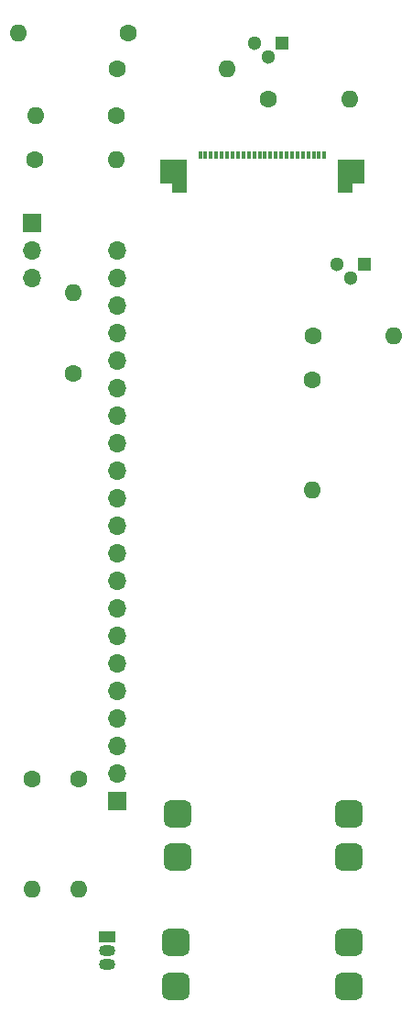
<source format=gts>
G04 #@! TF.GenerationSoftware,KiCad,Pcbnew,(6.0.11)*
G04 #@! TF.CreationDate,2023-02-24T11:41:58+01:00*
G04 #@! TF.ProjectId,vogelhuisje_camera_board,766f6765-6c68-4756-9973-6a655f63616d,rev?*
G04 #@! TF.SameCoordinates,Original*
G04 #@! TF.FileFunction,Soldermask,Top*
G04 #@! TF.FilePolarity,Negative*
%FSLAX46Y46*%
G04 Gerber Fmt 4.6, Leading zero omitted, Abs format (unit mm)*
G04 Created by KiCad (PCBNEW (6.0.11)) date 2023-02-24 11:41:58*
%MOMM*%
%LPD*%
G01*
G04 APERTURE LIST*
G04 Aperture macros list*
%AMRoundRect*
0 Rectangle with rounded corners*
0 $1 Rounding radius*
0 $2 $3 $4 $5 $6 $7 $8 $9 X,Y pos of 4 corners*
0 Add a 4 corners polygon primitive as box body*
4,1,4,$2,$3,$4,$5,$6,$7,$8,$9,$2,$3,0*
0 Add four circle primitives for the rounded corners*
1,1,$1+$1,$2,$3*
1,1,$1+$1,$4,$5*
1,1,$1+$1,$6,$7*
1,1,$1+$1,$8,$9*
0 Add four rect primitives between the rounded corners*
20,1,$1+$1,$2,$3,$4,$5,0*
20,1,$1+$1,$4,$5,$6,$7,0*
20,1,$1+$1,$6,$7,$8,$9,0*
20,1,$1+$1,$8,$9,$2,$3,0*%
%AMFreePoly0*
4,1,7,1.400000,-2.050000,0.100000,-2.050000,0.100000,-1.200000,-1.000000,-1.200000,-1.000000,1.000000,1.400000,1.000000,1.400000,-2.050000,1.400000,-2.050000,$1*%
%AMFreePoly1*
4,1,7,1.000000,-1.200000,-0.100000,-1.200000,-0.100000,-2.050000,-1.400000,-2.050000,-1.400000,1.000000,1.000000,1.000000,1.000000,-1.200000,1.000000,-1.200000,$1*%
G04 Aperture macros list end*
%ADD10R,0.300000X0.800000*%
%ADD11FreePoly0,0.000000*%
%ADD12FreePoly1,0.000000*%
%ADD13RoundRect,0.625000X0.675000X0.625000X-0.675000X0.625000X-0.675000X-0.625000X0.675000X-0.625000X0*%
%ADD14C,1.600000*%
%ADD15O,1.600000X1.600000*%
%ADD16R,1.500000X1.050000*%
%ADD17O,1.500000X1.050000*%
%ADD18R,1.700000X1.700000*%
%ADD19O,1.700000X1.700000*%
%ADD20R,1.300000X1.300000*%
%ADD21C,1.300000*%
G04 APERTURE END LIST*
D10*
X109250000Y-71250000D03*
X109750000Y-71250000D03*
X110250000Y-71250000D03*
X110750000Y-71250000D03*
X111250000Y-71250000D03*
X111750000Y-71250000D03*
X112250000Y-71250000D03*
X112750000Y-71250000D03*
X113250000Y-71250000D03*
X113750000Y-71250000D03*
X114250000Y-71250000D03*
X114750000Y-71250000D03*
X115250000Y-71250000D03*
X115750000Y-71250000D03*
X116250000Y-71250000D03*
X116750000Y-71250000D03*
X117250000Y-71250000D03*
X117750000Y-71250000D03*
X118250000Y-71250000D03*
X118750000Y-71250000D03*
X119250000Y-71250000D03*
X119750000Y-71250000D03*
X120250000Y-71250000D03*
X120750000Y-71250000D03*
D11*
X106600000Y-72650000D03*
D12*
X123400000Y-72650000D03*
D13*
X123000000Y-147900000D03*
X123000000Y-143900000D03*
D14*
X102616000Y-59944000D03*
D15*
X92456000Y-59944000D03*
D16*
X100642000Y-143326000D03*
D17*
X100642000Y-144596000D03*
X100642000Y-145866000D03*
D13*
X107200000Y-136000000D03*
X107200000Y-132000000D03*
D14*
X119694000Y-87884000D03*
D15*
X127194000Y-87884000D03*
D14*
X119634000Y-91948000D03*
D15*
X119634000Y-102108000D03*
D18*
X101600000Y-130810000D03*
D19*
X101600000Y-128270000D03*
X101600000Y-125730000D03*
X101600000Y-123190000D03*
X101600000Y-120650000D03*
X101600000Y-118110000D03*
X101600000Y-115570000D03*
X101600000Y-113030000D03*
X101600000Y-110490000D03*
X101600000Y-107950000D03*
X101600000Y-105410000D03*
X101600000Y-102870000D03*
X101600000Y-100330000D03*
X101600000Y-97790000D03*
X101600000Y-95250000D03*
X101600000Y-92710000D03*
X101600000Y-90170000D03*
X101600000Y-87630000D03*
X101600000Y-85090000D03*
X101600000Y-82550000D03*
X101600000Y-80010000D03*
D20*
X116840000Y-60854000D03*
D21*
X115570000Y-62124000D03*
X114300000Y-60854000D03*
D14*
X101540000Y-67564000D03*
D15*
X94040000Y-67564000D03*
D13*
X123000000Y-136000000D03*
X123000000Y-132000000D03*
D14*
X93980000Y-71628000D03*
D15*
X101480000Y-71628000D03*
D14*
X93726000Y-128778000D03*
D15*
X93726000Y-138938000D03*
D14*
X101600000Y-63246000D03*
D15*
X111760000Y-63246000D03*
D13*
X107000000Y-147900000D03*
X107000000Y-143900000D03*
D14*
X97536000Y-91380000D03*
D15*
X97536000Y-83880000D03*
D14*
X98044000Y-128778000D03*
D15*
X98044000Y-138938000D03*
D18*
X93726000Y-77485000D03*
D19*
X93726000Y-80025000D03*
X93726000Y-82565000D03*
D14*
X115570000Y-66040000D03*
D15*
X123070000Y-66040000D03*
D20*
X124460000Y-81280000D03*
D21*
X123190000Y-82550000D03*
X121920000Y-81280000D03*
M02*

</source>
